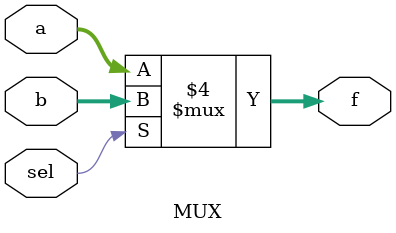
<source format=sv>
module MUX #(
    parameter width = 32)
    
    (
    input sel,
    input [width-1:0] a, b,
    output logic [width-1:0] f
    );
    always_comb begin
    if (sel == 0)
    f = a;
    else
    f = b;
    end
    endmodule
</source>
